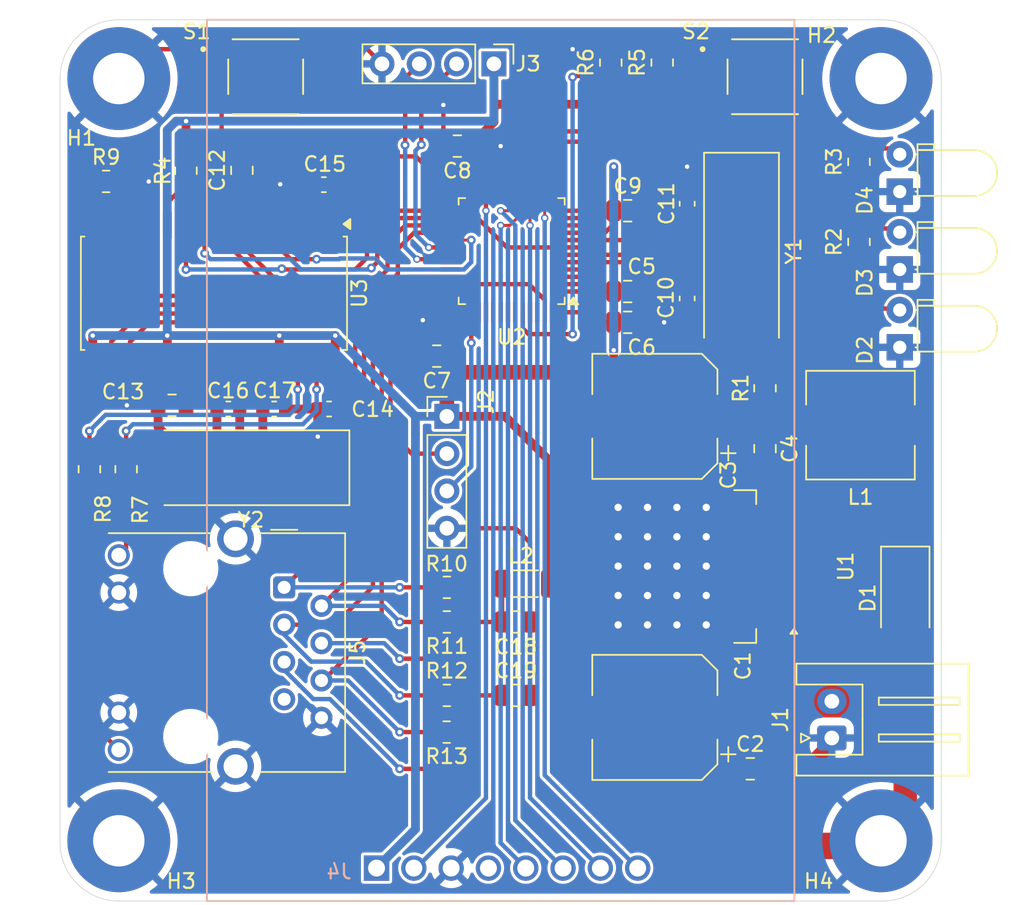
<source format=kicad_pcb>
(kicad_pcb (version 20221018) (generator pcbnew)
  (title_block (title "Ethernet RFID Reader") (date "2024-11-06") (rev "1.0"))
  (layers (0 "F.Cu" signal) (31 "B.Cu" signal) (34 "B.Paste" user) (35 "F.Paste" user) (36 "B.SilkS" user "B.Silkscreen") (37 "F.SilkS" user "F.Silkscreen") (38 "B.Mask" user) (39 "F.Mask" user) (44 "Edge.Cuts" user))
  (net 0 "")
  (net 1 "+24V")
  (net 2 "GND")
  (net 3 "+3V3")
  (net 4 "/HSE_IN")
  (net 5 "/HSE_OUT")
  (net 6 "/NRST")
  (net 7 "Net-(U3-VCAP)")
  (net 8 "/ETH_OSC1")
  (net 9 "/ETH_OSC2")
  (net 10 "Net-(J5-TCT)")
  (net 11 "Net-(J5-RCT)")
  (net 12 "Net-(D1-K)")
  (net 13 "Net-(D2-A)")
  (net 14 "Net-(D3-A)")
  (net 15 "Net-(D4-A)")
  (net 16 "/SWDIO")
  (net 17 "/SWCLK")
  (net 18 "/UART_TX")
  (net 19 "/UART_RX")
  (net 20 "/RFID_RST")
  (net 22 "/RFID_MISO")
  (net 23 "/RFID_MOSI")
  (net 24 "/RFID_SCK")
  (net 25 "/RFID_SDA")
  (net 26 "/TPOUT+")
  (net 27 "/TPOUT-")
  (net 28 "/TPIN+")
  (net 29 "/TPIN-")
  (net 31 "/LEDA")
  (net 32 "/LEDB")
  (net 33 "/READ_OK")
  (net 34 "/READ_FAIL")
  (net 35 "Net-(R5-Pad1)")
  (net 36 "/BOOT0")
  (net 37 "Net-(U3-LEDA)")
  (net 38 "Net-(U3-LEDB)")
  (net 39 "Net-(U3-RBIAS)")
  (net 49 "/ETH_INT")
  (net 50 "/ETH_NSS")
  (net 51 "/ETH_SCK")
  (net 52 "/ETH_MISO")
  (net 53 "/ETH_MOSI")
  (footprint "Resistor_SMD:R_0805_2012Metric" (layer "F.Cu") (at 126.325 123.5 180)
    (fp_text reference "R13")
    (fp_text value "49.9")
  )
  (footprint "MountingHole:MountingHole_3.5mm_Pad" (layer "F.Cu") (at 155.9 79 180)
    (fp_text reference "H2")
    (fp_text value "MountingHole_Pad")
  )
  (footprint "Capacitor_SMD:C_0805_2012Metric" (layer "F.Cu") (at 131.05 116)
    (fp_text reference "C18")
    (fp_text value "100n")
  )
  (footprint "Connector_PinHeader_2.54mm:PinHeader_1x04_P2.54mm_Vertical" (layer "F.Cu") (at 129.54 78 -90)
    (fp_text reference "J3")
    (fp_text value "UART")
  )
  (footprint "Libs:SW_TS-1187A-B-A-B" (layer "F.Cu") (at 148 78.875)
    (fp_text reference "S2")
    (fp_text value "BOOT0")
  )
  (footprint "Crystal:Crystal_SMD_HC49-SD" (layer "F.Cu") (at 146.4 90.75 -90)
    (fp_text reference "Y1")
    (fp_text value "8M")
  )
  (footprint "Resistor_SMD:R_0805_2012Metric" (layer "F.Cu") (at 104.5 105.6 -90)
    (fp_text reference "R7")
    (fp_text value "220")
  )
  (footprint "Resistor_SMD:R_0805_2012Metric" (layer "F.Cu") (at 154.4 84.6725 90)
    (fp_text reference "R3")
    (fp_text value "220")
  )
  (footprint "Capacitor_SMD:C_0603_1608Metric" (layer "F.Cu") (at 117.96 86.225 180)
    (fp_text reference "C15")
    (fp_text value "10u")
  )
  (footprint "Libs:SW_TS-1187A-B-A-B" (layer "F.Cu") (at 114 78.875)
    (fp_text reference "S1")
    (fp_text value "NRST")
  )
  (footprint "Resistor_SMD:R_0805_2012Metric" (layer "F.Cu") (at 141 77.9125 -90)
    (fp_text reference "R5")
    (fp_text value "1K")
  )
  (footprint "Resistor_SMD:R_0805_2012Metric" (layer "F.Cu") (at 148 100.0875 90)
    (fp_text reference "R1")
    (fp_text value "220")
  )
  (footprint "Capacitor_SMD:C_0603_1608Metric" (layer "F.Cu") (at 142.7 87.525 -90)
    (fp_text reference "C11")
    (fp_text value "20p")
  )
  (footprint "Resistor_SMD:R_0805_2012Metric" (layer "F.Cu") (at 103.1375 86.005)
    (fp_text reference "R9")
    (fp_text value "2.7k")
  )
  (footprint "Capacitor_SMD:CP_Elec_8x10" (layer "F.Cu") (at 140.5 122.5 180)
    (fp_text reference "C1")
    (fp_text value "470u")
  )
  (footprint "Resistor_SMD:R_0805_2012Metric" (layer "F.Cu") (at 102 105.6 -90)
    (fp_text reference "R8")
    (fp_text value "220")
  )
  (footprint "Capacitor_SMD:C_0805_2012Metric" (layer "F.Cu") (at 127.05 83.6 180)
    (fp_text reference "C8")
    (fp_text value "100n")
  )
  (footprint "Crystal:Crystal_SMD_HC49-SD" (layer "F.Cu") (at 113 105.5 180)
    (fp_text reference "Y2")
    (fp_text value "25M")
  )
  (footprint "Capacitor_SMD:CP_Elec_8x10" (layer "F.Cu") (at 140.5 102 180)
    (fp_text reference "C3")
    (fp_text value "470u")
  )
  (footprint "Resistor_SMD:R_0805_2012Metric" (layer "F.Cu") (at 154.4 90.1225 90)
    (fp_text reference "R2")
    (fp_text value "220")
  )
  (footprint "Resistor_SMD:R_0805_2012Metric" (layer "F.Cu") (at 126.3375 121 180)
    (fp_text reference "R12")
    (fp_text value "49.9")
  )
  (footprint "Libs:RJ45_Hanrun_HR911105A_Horizontal" (layer "F.Cu") (at 115.26 113.645 -90)
    (fp_text reference "J5")
    (fp_text value "RJ45_Hanrun_HR911105A_Horizontal")
  )
  (footprint "Inductor_SMD:L_7.3x7.3_H4.5" (layer "F.Cu") (at 154.5 102.6 180)
    (fp_text reference "L1")
    (fp_text value "33u")
  )
  (footprint "Capacitor_SMD:C_0603_1608Metric" (layer "F.Cu") (at 114.58 101.5 180)
    (fp_text reference "C17")
    (fp_text value "20p")
  )
  (footprint "Capacitor_SMD:C_0805_2012Metric" (layer "F.Cu") (at 107.625 101.25 180)
    (fp_text reference "C13")
    (fp_text value "22u")
  )
  (footprint "Capacitor_SMD:C_0805_2012Metric" (layer "F.Cu") (at 131.05 121)
    (fp_text reference "C19")
    (fp_text value "100n")
  )
  (footprint "LED_THT:LED_D3.0mm_Horizontal_O1.27mm_Z2.0mm" (layer "F.Cu") (at 157.175 92 90)
    (fp_text reference "D3")
    (fp_text value "LED")
  )
  (footprint "LED_THT:LED_D3.0mm_Horizontal_O1.27mm_Z2.0mm" (layer "F.Cu") (at 157.175 97.3 90)
    (fp_text reference "D2")
    (fp_text value "LED")
  )
  (footprint "Package_TO_SOT_SMD:TO-263-5_TabPin3" (layer "F.Cu") (at 142.575 112.225 180)
    (fp_text reference "U1")
    (fp_text value "LM2596S-3.3")
  )
  (footprint "Connector_PinHeader_2.54mm:PinHeader_1x04_P2.54mm_Vertical" (layer "F.Cu") (at 126.3375 102)
    (fp_text reference "J2")
    (fp_text value "ST-LINK")
  )
  (footprint "MountingHole:MountingHole_3.5mm_Pad" (layer "F.Cu") (at 104 130.9 180)
    (fp_text reference "H3")
    (fp_text value "MountingHole_Pad")
  )
  (footprint "Capacitor_SMD:C_0805_2012Metric" (layer "F.Cu") (at 148 104.2 -90)
    (fp_text reference "C4")
    (fp_text value "100n")
  )
  (footprint "Package_SO:SOIC-28W_7.5x17.9mm_P1.27mm" (layer "F.Cu") (at 110.48 93.62 -90)
    (fp_text reference "U3")
    (fp_text value "ENC28J60x-SO")
  )
  (footprint "Capacitor_SMD:C_0603_1608Metric" (layer "F.Cu") (at 142.7 93.975 -90)
    (fp_text reference "C10")
    (fp_text value "20p")
  )
  (footprint "Connector_JST:JST_XH_S2B-XH-A_1x02_P2.50mm_Horizontal" (layer "F.Cu") (at 152.55 123.9 90)
    (fp_text reference "J1")
    (fp_text value "POWER")
  )
  (footprint "Resistor_SMD:R_0805_2012Metric" (layer "F.Cu") (at 126.3375 113.645 180)
    (fp_text reference "R10")
    (fp_text value "49.9")
  )
  (footprint "Capacitor_SMD:C_0603_1608Metric" (layer "F.Cu") (at 118.32 101.5 180)
    (fp_text reference "C14")
    (fp_text value "10u")
  )
  (footprint "MountingHole:MountingHole_3.5mm_Pad" (layer "F.Cu") (at 155.9 130.9 180)
    (fp_text reference "H4")
    (fp_text value "MountingHole_Pad")
  )
  (footprint "Diode_SMD:D_SMA" (layer "F.Cu") (at 157.55 114.375 -90)
    (fp_text reference "D1")
    (fp_text value "SS22-SMA")
  )
  (footprint "Inductor_SMD:L_1206_3216Metric" (layer "F.Cu") (at 131.7 113.395 180)
    (fp_text reference "L2")
    (fp_text value "10u")
  )
  (footprint "Resistor_SMD:R_0805_2012Metric" (layer "F.Cu") (at 126.3375 116 180)
    (fp_text reference "R11")
    (fp_text value "49.9")
  )
  (footprint "Capacitor_SMD:C_0603_1608Metric" (layer "F.Cu") (at 111.46 101.5 180)
    (fp_text reference "C16")
    (fp_text value "20p")
  )
  (footprint "Capacitor_SMD:C_0805_2012Metric" (layer "F.Cu") (at 125.65 97.9 180)
    (fp_text reference "C7")
    (fp_text value "100n")
  )
  (footprint "Capacitor_SMD:C_0805_2012Metric" (layer "F.Cu") (at 147 126)
    (fp_text reference "C2")
    (fp_text value "100n")
  )
  (footprint "Capacitor_SMD:C_0805_2012Metric" (layer "F.Cu") (at 138.65 88)
    (fp_text reference "C9")
    (fp_text value "100n")
  )
  (footprint "MountingHole:MountingHole_3.5mm_Pad" (layer "F.Cu") (at 104 79 180)
    (fp_text reference "H1")
    (fp_text value "MountingHole_Pad")
  )
  (footprint "Capacitor_SMD:C_0805_2012Metric" (layer "F.Cu") (at 138.65 95.6)
    (fp_text reference "C6")
    (fp_text value "100n")
  )
  (footprint "LED_THT:LED_D3.0mm_Horizontal_O1.27mm_Z2.0mm" (layer "F.Cu") (at 157.175 86.7 90)
    (fp_text reference "D4")
    (fp_text value "LED")
  )
  (footprint "Capacitor_SMD:C_0805_2012Metric" (layer "F.Cu") (at 112.385 85.25 90)
    (fp_text reference "C12")
    (fp_text value "100n")
  )
  (footprint "Resistor_SMD:R_0805_2012Metric" (layer "F.Cu") (at 108.575 85.275 -90)
    (fp_text reference "R4")
    (fp_text value "10K")
  )
  (footprint "Capacitor_SMD:C_0805_2012Metric" (layer "F.Cu") (at 138.65 93.5)
    (fp_text reference "C5")
    (fp_text value "100n")
  )
  (footprint "Package_QFP:LQFP-48_7x7mm_P0.5mm" (layer "F.Cu") (at 130.75 90.75 180)
    (fp_text reference "U2")
    (fp_text value "STM32F103C8Tx")
  )
  (footprint "Resistor_SMD:R_0805_2012Metric" (layer "F.Cu") (at 137.5 77.9125 90)
    (fp_text reference "R6")
    (fp_text value "10K")
  )
  (footprint "Libs:MODULE_CEG006900" (layer "B.Cu") (at 130 105)
    (fp_text reference "J4")
    (fp_text value "RFID_RC522" hide)
  )
  (gr_poly (pts (xy 152.2 103.8) (xy 152.2 100.5) (xy 141.9 100.5) (xy 141.9 103.8)) (stroke (width 0.2)) (fill solid) (layer "F.Cu"))
  (gr_poly (pts (xy 155.6 113.6) (xy 158.7 113.6) (xy 158.7 100.5) (xy 155.6 100.5)) (stroke (width 0.2)) (fill solid) (layer "F.Cu"))
  (gr_poly (pts (xy 154 115.1) (xy 154 122.4) (xy 142.1 122.4) (xy 142.1 120.8) (xy 147.9 120.8) (xy 147.9 115.1)) (stroke (width 0.2)) (fill solid) (layer "F.Cu"))
  (gr_line (start 100 131) (end 100 79) (stroke (width 0.05)) (layer "Edge.Cuts"))
  (gr_arc (start 156 75) (mid 158.828427 76.171573) (end 160 79) (stroke (width 0.05)) (layer "Edge.Cuts"))
  (gr_arc (start 160 131) (mid 158.828427 133.828427) (end 156 135) (stroke (width 0.05)) (layer "Edge.Cuts"))
  (gr_arc (start 100 79) (mid 101.171573 76.171573) (end 104 75) (stroke (width 0.05)) (layer "Edge.Cuts"))
  (gr_line (start 156 135) (end 104 135) (stroke (width 0.05)) (layer "Edge.Cuts"))
  (gr_line (start 160 79) (end 160 131) (stroke (width 0.05)) (layer "Edge.Cuts"))
  (gr_arc (start 104 135) (mid 101.171573 133.828427) (end 100 131) (stroke (width 0.05)) (layer "Edge.Cuts"))
  (gr_line (start 104 75) (end 156 75) (stroke (width 0.05)) (layer "Edge.Cuts"))
  (segment (start 143.75 125.25) (end 144.5 126) (width 1) (layer "F.Cu") (net 1))
  (segment (start 144.85 121.4) (end 143.75 122.5) (width 1) (layer "F.Cu") (net 1))
  (segment (start 144.5 126) (end 146.05 126) (width 1) (layer "F.Cu") (net 1))
  (segment (start 150.2 121.4) (end 152.55 121.4) (width 1) (layer "F.Cu") (net 1))
  (segment (start 150.225 115.625) (end 150.225 119.075) (width 1) (layer "F.Cu") (net 1))
  (segment (start 150.2 121.4) (end 144.85 121.4) (width 1) (layer "F.Cu") (net 1))
  (segment (start 143.75 122.5) (end 143.75 125.25) (width 1) (layer "F.Cu") (net 1))
  (segment (start 150.225 115.625) (end 150.225 121.375) (width 1) (layer "F.Cu") (net 1))
  (segment (start 150.225 121.375) (end 150.2 121.4) (width 1) (layer "F.Cu") (net 1))
  (segment (start 147.9 108.825) (end 144.125 108.825) (width 1) (layer "F.Cu") (net 2))
  (segment (start 157.55 116.375) (end 157.55 129.25) (width 1.6) (layer "F.Cu") (net 2))
  (segment (start 139.6 95.6) (end 139.6 93.5) (width 0.3) (layer "F.Cu") (net 2))
  (segment (start 126.5875 93) (end 125.27344 93) (width 0.3) (layer "F.Cu") (net 2))
  (segment (start 139.1 90) (end 139.6 89.5) (width 0.3) (layer "F.Cu") (net 2))
  (segment (start 137.25 108.05) (end 138.65 109.45) (width 1) (layer "F.Cu") (net 2))
  (segment (start 128.5 85.1) (end 130 83.6) (width 0.3) (layer "F.Cu") (net 2))
  (segment (start 131.92812 93) (end 126.5875 93) (width 0.3) (layer "F.Cu") (net 2))
  (segment (start 142.7 86.75) (end 142.7 85) (width 0.3) (layer "F.Cu") (net 2))
  (segment (start 128.5 86.5875) (end 128.5 85.1) (width 0.3) (layer "F.Cu") (net 2))
  (segment (start 148 108.725) (end 147.9 108.825) (width 1) (layer "F.Cu") (net 2))
  (segment (start 132 116) (end 132 121) (width 0.3) (layer "F.Cu") (net 2))
  (segment (start 110.685 101.5) (end 110.685 103.075) (width 0.6) (layer "F.Cu") (net 2))
  (segment (start 105.31 86.01) (end 106.04 86.01) (width 0.3) (layer "F.Cu") (net 2))
  (segment (start 117.465 86.505) (end 117.185 86.225) (width 0.3) (layer "F.Cu") (net 2))
  (segment (start 126.64 132.76) (end 126.63 132.76) (width 0.3) (layer "F.Cu") (net 2))
  (segment (start 144.125 108.825) (end 143.5 109.45) (width 1) (layer "F.Cu") (net 2))
  (segment (start 112.385 86.2) (end 114.99 86.2) (width 0.3) (layer "F.Cu") (net 2))
  (segment (start 106.035 88.97) (end 106.035 86.735) (width 0.3) (layer "F.Cu") (net 2))
  (segment (start 111 77) (end 105.5 77) (width 0.3) (layer "F.Cu") (net 2))
  (segment (start 106.675 100.275) (end 106.675 101.25) (width 0.6) (layer "F.Cu") (net 2))
  (segment (start 126.1 83.6) (end 126.1 80.8) (width 0.3) (layer "F.Cu") (net 2))
  (segment (start 150.8 126) (end 152.55 124.25) (width 1) (layer "F.Cu") (net 2))
  (segment (start 137.25 124.25) (end 144.25 131.25) (width 1.8) (layer "F.Cu") (net 2))
  (segment (start 142.7 95.26) (end 142.36 95.6) (width 0.3) (layer "F.Cu") (net 2))
  (segment (start 111 77) (end 117 77) (width 0.3) (layer "F.Cu") (net 2))
  (segment (start 148 105.15) (end 148 108.725) (width 1) (layer "F.Cu") (net 2))
  (segment (start 111.115 98.27) (end 111.115 99.585) (width 0.6) (layer "F.Cu") (net 2))
  (segment (start 147.95 126) (end 147.95 131.25) (width 1) (layer "F.Cu") (net 2))
  (segment (start 117.545 101.5) (end 115.355 101.5) (width 0.6) (layer "F.Cu") (net 2))
  (segment (start 117.185 86.225) (end 115.015 86.225) (width 0.3) (layer "F.Cu") (net 2))
  (segment (start 120.92 77) (end 121.92 78) (width 0.3) (layer "F.Cu") (net 2))
  (segment (start 150.225 108.825) (end 147.9 108.825) (width 1) (layer "F.Cu") (net 2))
  (segment (start 117.545 101.5) (end 117.545 103.375) (width 0.6) (layer "F.Cu") (net 2))
  (segment (start 150.225 112.225) (end 141.075 112.225) (width 1) (layer "F.Cu") (net 2))
  (segment (start 117.465 88.97) (end 117.465 86.505) (width 0.3) (layer "F.Cu") (net 2))
  (segment (start 125.27344 93) (end 124.7 93.57344) (width 0.3) (layer "F.Cu") (net 2))
  (segment (start 106.035 86.735) (end 106.035 86.015) (width 0.3) (layer "F.Cu") (net 2))
  (segment (start 106.035 99.635) (end 106.675 100.275) (width 0.6) (layer "F.Cu") (net 2))
  (segment (start 124.7 97.9) (end 124.7 95.45) (width 0.3) (layer "F.Cu") (net 2))
  (segment (start 133 94.07188) (end 131.92812 93) (width 0.3) (layer "F.Cu") (net 2))
  (segment (start 124.7 93.57344) (end 124.7 95.45) (width 0.3) (layer "F.Cu") (net 2))
  (segment (start 110.685 100.015) (end 110.685 101.5) (width 0.6) (layer "F.Cu") (net 2))
  (segment (start 117 77) (end 120.92 77) (width 0.3) (layer "F.Cu") (net 2))
  (segment (start 156.5 131) (end 156.25 131.25) (width 1) (layer "F.Cu") (net 2))
  (segment (start 144.25 131.25) (end 156.25 131.25) (width 1.8) (layer "F.Cu") (net 2))
  (segment (start 117.16 86.2) (end 117.185 86.225) (width 0.3) (layer "F.Cu") (net 2))
  (segment (start 106.035 86.015) (end 106.04 86.01) (width 0.3) (layer "F.Cu") (net 2))
  (segment (start 142.7 86.75) (end 140.85 86.75) (width 0.3) (layer "F.Cu") (net 2))
  (segment (start 137.5 77) (end 134.9 77) (width 0.3) (layer "F.Cu") (net 2))
  (segment (start 134.9125 90) (end 139.1 90) (width 0.3) (layer "F.Cu") (net 2))
  (segment (start 106.035 98.27) (end 106.035 99.635) (width 0.6) (layer "F.Cu") (net 2))
  (segment (start 142.7 94.75) (end 142.7 95.26) (width 0.3) (layer "F.Cu") (net 2))
  (segment (start 132 116) (end 132 110.6) (width 0.3) (layer "F.Cu") (net 2))
  (segment (start 139.6 95.6) (end 141.13 95.6) (width 0.3) (layer "F.Cu") (net 2))
  (segment (start 110.685 103.075) (end 110.36 103.4) (width 0.6) (layer "F.Cu") (net 2))
  (segment (start 137.25 102) (end 137.25 108.05) (width 1.8) (layer "F.Cu") (net 2))
  (segment (start 142.36 95.6) (end 141.13 95.6) (width 0.3) (layer "F.Cu") (net 2))
  (segment (start 140.85 86.75) (end 139.6 88) (width 0.3) (layer "F.Cu") (net 2))
  (segment (start 110.36 103.4) (end 107.35 103.4) (width 0.6) (layer "F.Cu") (net 2))
  (segment (start 133 94.9125) (end 133 94.07188) (width 0.3) (layer "F.Cu") (net 2))
  (segment (start 106.675 102.725) (end 106.675 101.25) (width 0.6) (layer "F.Cu") (net 2))
  (segment (start 105.305 86.005) (end 104.05 86.005) (width 0.3) (layer "F.Cu") (net 2))
  (segment (start 111.115 99.585) (end 110.685 100.015) (width 0.6) (layer "F.Cu") (net 2))
  (segment (start 115.015 86.225) (end 114.99 86.2) (width 0.3) (layer "F.Cu") (net 2))
  (segment (start 147.95 126) (end 150.8 126) (width 1) (layer "F.Cu") (net 2))
  (segment (start 137.25 116.4) (end 138.65 115) (width 1) (layer "F.Cu") (net 2))
  (segment (start 137.25 122.5) (end 137.25 124.25) (width 1.8) (layer "F.Cu") (net 2))
  (segment (start 106.675 101.25) (end 104.55 101.25) (width 0.6) (layer "F.Cu") (net 2))
  (segment (start 147.95 131.25) (end 156.25 131.25) (width 1) (layer "F.Cu") (net 2))
  (segment (start 117.545 103.375) (end 117.55 103.38) (width 0.6) (layer "F.Cu") (net 2))
  (segment (start 105.5 77) (end 103.75 78.75) (width 0.3) (layer "F.Cu") (net 2))
  (segment (start 137.25 122.5) (end 137.25 116.4) (width 1.8) (layer "F.Cu") (net 2))
  (segment (start 107.35 103.4) (end 106.675 102.725) (width 0.6) (layer "F.Cu") (net 2))
  (segment (start 109.845 98.27) (end 111.115 98.27) (width 0.6) (layer "F.Cu") (net 2))
  (segment (start 139.6 89.5) (end 139.6 88) (width 0.3) (layer "F.Cu") (net 2))
  (segment (start 132 110.6) (end 131.02 109.62) (width 0.3) (layer "F.Cu") (net 2))
  (segment (start 105.305 86.005) (end 105.31 86.01) (width 0.3) (layer "F.Cu") (net 2))
  (segment (start 157.55 129.25) (end 155.9 130.9) (width 1) (layer "F.Cu") (net 2))
  (segment (start 131.02 109.62) (end 126.3375 109.62) (width 0.3) (layer "F.Cu") (net 2))
  (via (at 140 114.2) (size 1) (drill 0.5) (layers "F.Cu" "B.Cu") (net 2))
  (via (at 138 108.2) (size 1) (drill 0.5) (layers "F.Cu" "B.Cu") (net 2))
  (via (at 104.55 101.25) (size 0.6) (drill 0.3) (layers "F.Cu" "B.Cu") (net 2))
  (via (at 142 112.2) (size 1) (drill 0.5) (layers "F.Cu" "B.Cu") (net 2))
  (via (at 142 116.2) (size 1) (drill 0.5) (layers "F.Cu" "B.Cu") (net 2))
  (via (at 144 110.2) (size 1) (drill 0.5) (layers "F.Cu" "B.Cu") (net 2))
  (via (at 142.7 85) (size 0.6) (drill 0.3) (layers "F.Cu" "B.Cu") (net 2))
  (via (at 144 116.2) (size 1) (drill 0.5) (layers "F.Cu" "B.Cu") (net 2))
  (via (at 130 83.6) (size 0.6) (drill 0.3) (layers "F.Cu" "B.Cu") (net 2))
  (via (at 126.1 80.8) (size 0.6) (drill 0.3) (layers "F.Cu" "B.Cu") (net 2))
  (via (at 117.55 103.38) (size 0.6) (drill 0.3) (layers "F.Cu" "B.Cu") (net 2))
  (via (at 140 116.2) (size 1) (drill 0.5) (layers "F.Cu" "B.Cu") (net 2))
  (via (at 144 114.2) (size 1) (drill 0.5) (layers "F.Cu" "B.Cu") (net 2))
  (via (at 142 108.2) (size 1) (drill 0.5) (layers "F.Cu" "B.Cu") (net 2))
  (via (at 114.99 86.2) (size 0.6) (drill 0.3) (layers "F.Cu" "B.Cu") (net 2))
  (via (at 138 110.2) (size 1) (drill 0.5) (layers "F.Cu" "B.Cu") (net 2))
  (via (at 138 112.2) (size 1) (drill 0.5) (layers "F.Cu" "B.Cu") (net 2))
  (via (at 138 116.2) (size 1) (drill 0.5) (layers "F.Cu" "B.Cu") (net 2))
  (via (at 142 114.2) (size 1) (drill 0.5) (layers "F.Cu" "B.Cu") (net 2))
  (via (at 142 110.2) (size 1) (drill 0.5) (layers "F.Cu" "B.Cu") (net 2))
  (via (at 134.9 77) (size 0.6) (drill 0.3) (layers "F.Cu" "B.Cu") (net 2))
  (via (at 124.7 95.45) (size 0.6) (drill 0.3) (layers "F.Cu" "B.Cu") (net 2))
  (via (at 106.04 86.01) (size 0.6) (drill 0.3) (layers "F.Cu" "B.Cu") (net 2))
  (via (at 144 108.2) (size 1) (drill 0.5) (layers "F.Cu" "B.Cu") (net 2))
  (via (at 140 112.2) (size 1) (drill 0.5) (layers "F.Cu" "B.Cu") (net 2))
  (via (at 141.13 95.6) (size 0.6) (drill 0.3) (layers "F.Cu" "B.Cu") (net 2))
  (via (at 144 112.2) (size 1) (drill 0.5) (layers "F.Cu" "B.Cu") (net 2))
  (via (at 138 114.2) (size 1) (drill 0.5) (layers "F.Cu" "B.Cu") (net 2))
  (via (at 140 110.2) (size 1) (drill 0.5) (layers "F.Cu" "B.Cu") (net 2))
  (via (at 140 108.2) (size 1) (drill 0.5) (layers "F.Cu" "B.Cu") (net 2))
  (segment (start 137.1 89.5) (end 137.7 88.9) (width 0.3) (layer "F.Cu") (net 3))
  (segment (start 126.7 99) (end 127.3 99) (width 1) (layer "F.Cu") (net 3))
  (segment (start 153.9 103.1) (end 153.9 110.1) (width 0.6) (layer "F.Cu") (net 3))
  (segment (start 143.75 99.85) (end 142.9 99) (width 1) (layer "F.Cu") (net 3))
  (segment (start 126.3375 102) (end 130.3 102) (width 0.6) (layer "F.Cu") (net 3))
  (segment (start 148 103.25) (end 148 101) (width 1) (layer "F.Cu") (net 3))
  (segment (start 118.735 96.505) (end 118.74 96.5) (width 0.3) (layer "F.Cu") (net 3))
  (segment (start 129.54 81) (end 129.54 78) (width 0.6) (layer "F.Cu") (net 3))
  (segment (start 137.7 93.5) (end 137.7 95.6) (width 0.3) (layer "F.Cu") (net 3))
  (segment (start 137.7 95.6) (end 137.7 97.5) (width 0.6) (layer "F.Cu") (net 3))
  (segment (start 107.305 96.505) (end 107.3 96.5) (width 0.3) (layer "F.Cu") (net 3))
  (segment (start 137.7 88.9) (end 137.7 88) (width 0.3) (layer "F.Cu") (net 3))
  (segment (start 133.275 104.975) (end 133.275 113.395) (width 0.6) (layer "F.Cu") (net 3))
  (segment (start 107.305 98.27) (end 108.575 98.27) (width 0.6) (layer "F.Cu") (net 3))
  (segment (start 153.4 102.6) (end 153.9 103.1) (width 0.6) (layer "F.Cu") (net 3))
  (segment (start 118.735 99.835) (end 119.095 100.195) (width 0.3) (layer "F.Cu") (net 3))
  (segment (start 128 86.5875) (end 128 83.6) (width 0.3) (layer "F.Cu") (net 3))
  (segment (start 102.225 96.5) (end 102.225 98.27) (width 0.6) (layer "F.Cu") (net 3))
  (segment (start 151.3 102.6) (end 153.4 102.6) (width 0.6) (layer "F.Cu") (net 3))
  (segment (start 136.6 95.6) (end 137.7 95.6) (width 0.3) (layer "F.Cu") (net 3))
  (segment (start 153.9 110.1) (end 153.475 110.525) (width 0.6) (layer "F.Cu") (net 3))
  (segment (start 127.3 99) (end 126.3375 99.9625) (width 1) (layer "F.Cu") (net 3))
  (segment (start 119.095 100.195) (end 119.095 101.5) (width 0.3) (layer "F.Cu") (net 3))
  (segment (start 134.9125 93.5) (end 137.7 93.5) (width 0.3) (layer "F.Cu") (net 3))
  (segment (start 129.79 80.75) (end 129.54 81) (width 0.6) (layer "F.Cu") (net 3))
  (segment (start 128 83.5) (end 129.54 81.96) (width 0.6) (layer "F.Cu") (net 3))
  (segment (start 126.6 97.9) (end 126.6 98.9) (width 1) (layer "F.Cu") (net 3))
  (segment (start 107.305 98.27) (end 107.305 96.505) (width 0.6) (layer "F.Cu") (net 3))
  (segment (start 108.575 98.27) (end 108.575 101.25) (width 0.6) (layer "F.Cu") (net 3))
  (segment (start 137.7 97.5) (end 137.7 99) (width 0.6) (layer "F.Cu") (net 3))
  (segment (start 114.925 96.505) (end 114.93 96.5) (width 0.2) (layer "F.Cu") (net 3))
  (segment (start 114.925 98.27) (end 114.925 96.505) (width 0.6) (layer "F.Cu") (net 3))
  (segment (start 137.7 99) (end 127.3 99) (width 1) (layer "F.Cu") (net 3))
  (segment (start 150.65 103.25) (end 151.3 102.6) (width 1) (layer "F.Cu") (net 3))
  (segment (start 133.5 94.9125) (end 135.9125 94.9125) (width 0.3) (layer "F.Cu") (net 3))
  (segment (start 118.735 98.27) (end 118.735 99.835) (width 0.3) (layer "F.Cu") (net 3))
  (segment (start 148 101) (end 144.75 101) (width 0.6) (layer "F.Cu") (net 3))
  (segment (start 126.5875 97.8875) (end 126.6 97.9) (width 0.3) (layer "F.Cu") (net 3))
  (segment (start 126.3375 99.9625) (end 126.3375 102) (width 1) (layer "F.Cu") (net 3))
  (segment (start 126.6 98.9) (end 126.7 99) (width 1) (layer "F.Cu") (net 3))
  (segment (start 108.575 81.905) (end 108.58 81.9) (width 0.6) (layer "F.Cu") (net 3))
  (segment (start 151 80.75) (end 145 80.75) (width 0.3) (layer "F.Cu") (net 3))
  (segment (start 143.75 102) (end 143.75 99.85) (width 1) (layer "F.Cu") (net 3))
  (segment (start 126.5875 93.5) (end 126.5875 97.8875) (width 0.3) (layer "F.Cu") (net 3))
  (segment (start 108.575 84.3625) (end 108.575 81.905) (width 0.6) (layer "F.Cu") (net 3))
  (segment (start 118.735 98.27) (end 118.735 96.505) (width 0.6) (layer "F.Cu") (net 3))
  (segment (start 118.74 98.265) (end 118.735 98.27) (width 0.6) (layer "F.Cu") (net 3))
  (segment (start 145 80.75) (end 129.79 80.75) (width 0.6) (layer "F.Cu") (net 3))
  (segment (start 129.54 81.96) (end 129.54 81) (width 0.6) (layer "F.Cu") (net 3))
  (segment (start 148 103.25) (end 150.65 103.25) (width 1) (layer "F.Cu") (net 3))
  (segment (start 153.475 110.525) (end 150.225 110.525) (width 0.6) (layer "F.Cu") (net 3))
  (segment (start 144.75 101) (end 143.75 102) (width 0.6) (layer "F.Cu") (net 3))
  (segment (start 137.7 85) (end 137.7 88) (width 0.6) (layer "F.Cu") (net 3))
  (segment (start 108.575 97.775) (end 108.575 98.27) (width 0.3) (layer "F.Cu") (net 3))
  (segment (start 128 83.6) (end 128 83.5) (width 0.6) (layer "F.Cu") (net 3))
  (segment (start 135.9125 94.9125) (end 136.6 95.6) (width 0.3) (layer "F.Cu") (net 3))
  (segment (start 134.9125 89.5) (end 137.1 89.5) (width 0.3) (layer "F.Cu") (net 3))
  (segment (start 142.9 99) (end 137.7 99) (width 1) (layer "F.Cu") (net 3))
  (segment (start 130.3 102) (end 133.275 104.975) (width 0.6) (layer "F.Cu") (net 3))
  (segment (start 114.93 98.265) (end 114.925 98.27) (width 0.2) (layer "F.Cu") (net 3))
  (via (at 108.58 81.9) (size 0.6) (drill 0.3) (layers "F.Cu" "B.Cu") (net 3))
  (via (at 102.225 96.5) (size 0.6) (drill 0.3) (layers "F.Cu" "B.Cu") (net 3))
  (via (at 118.74 96.5) (size 0.6) (drill 0.3) (layers "F.Cu" "B.Cu") (net 3))
  (via (at 114.93 96.5) (size 0.6) (drill 0.3) (layers "F.Cu" "B.Cu") (net 3))
  (via (at 137.7 85) (size 0.6) (drill 0.3) (layers "F.Cu" "B.Cu") (net 3))
  (via (at 137.7 97.5) (size 0.6) (drill 0.3) (layers "F.Cu" "B.Cu") (net 3))
  (via (at 107.3 96.5) (size 0.6) (drill 0.3) (layers "F.Cu" "B.Cu") (net 3))
  (segment (start 107.9 81.9) (end 108.58 81.9) (width 0.6) (layer "B.Cu") (net 3))
  (segment (start 107.3 82.5) (end 107.9 81.9) (width 0.6) (layer "B.Cu") (net 3))
  (segment (start 108.58 81.9) (end 129.5 81.9) (width 0.6) (layer "B.Cu") (net 3))
  (segment (start 124.2 102) (end 124.2 103.2) (width 0.6) (layer "B.Cu") (net 3))
  (segment (start 107.3 96.5) (end 107.3 82.5) (width 0.6) (layer "B.Cu") (net 3))
  (segment (start 118.74 96.54) (end 124.2 102) (width 0.6) (layer "B.Cu") (net 3))
  (segment (start 124.2 103.2) (end 124.2 130.11) (width 0.6) (layer "B.Cu") (net 3))
  (segment (start 114.93 96.5) (end 118.74 96.5) (width 0.6) (layer "B.Cu") (net 3))
  (segment (start 126.3375 102) (end 124.2 102) (width 0.6) (layer "B.Cu") (net 3))
  (segment (start 124.2 130.11) (end 121.55 132.76) (width 0.6) (layer "B.Cu") (net 3))
  (segment (start 107.3 96.5) (end 114.93 96.5) (width 0.6) (layer "B.Cu") (net 3))
  (segment (start 102.225 96.5) (end 107.3 96.5) (width 0.6) (layer "B.Cu") (net 3))
  (segment (start 129.54 81.86) (end 129.5 81.9) (width 0.3) (layer "B.Cu") (net 3))
  (segment (start 129.54 78) (end 129.54 81.86) (width 0.6) (layer "B.Cu") (net 3))
  (segment (start 118.74 96.5) (end 118.74 96.54) (width 0.6) (layer "B.Cu") (net 3))
  (segment (start 137.7 97.5) (end 137.7 85) (width 0.6) (layer "B.Cu") (net 3))
  (segment (start 141 91.5) (end 142.7 93.2) (width 0.3) (layer "F.Cu") (net 4))
  (segment (start 144.6 93.2) (end 146.4 95) (width 0.6) (layer "F.Cu") (net 4))
  (segment (start 134.9125 91.5) (end 141 91.5) (width 0.3) (layer "F.Cu") (net 4))
  (segment (start 142.7 93.2) (end 144.6 93.2) (width 0.6) (layer "F.Cu") (net 4))
  (segment (start 146.4 93) (end 146.4 95) (width 0.3) (layer "F.Cu") (net 4))
  (segment (start 142.7 89.3) (end 142.7 88.3) (width 0.3) (layer "F.Cu") (net 5))
  (segment (start 144.6 88.3) (end 146.4 86.5) (width 0.6) (layer "F.Cu") (net 5))
  (segment (start 142.7 88.3) (end 144.6 88.3) (width 0.6) (layer "F.Cu") (net 5))
  (segment (start 141 91) (end 142.7 89.3) (width 0.3) (layer "F.Cu") (net 5))
  (segment (start 134.9125 91) (end 141 91) (width 0.3) (layer "F.Cu") (net 5))
  (segment (start 111.39 84.3) (end 112.385 84.3) (width 0.3) (layer "F.Cu") (net 6))
  (segment (start 134.9125 90.5) (end 130.42812 90.5) (width 0.3) (layer "F.Cu") (net 6))
  (segment (start 111 83.91) (end 111.39 84.3) (width 0.3) (layer "F.Cu") (net 6))
  (segment (start 111 80.75) (end 116.45 80.75) (width 0.3) (layer "F.Cu") (net 6))
  (segment (start 130.42812 90.5) (end 124.22812 84.3) (width 0.3) (layer "F.Cu") (net 6))
  (segment (start 117 80.75) (end 116.45 80.75) (width 0.3) (layer "F.Cu") (net 6))
  (segment (start 109.5025 86.1875) (end 111.39 84.3) (width 0.3) (layer "F.Cu") (net 6))
  (segment (start 116.45 80.75) (end 116.44 80.76) (width 0.3) (layer "F.Cu") (net 6))
  (segment (start 108.575 86.1875) (end 107.305 87.4575) (width 0.3) (layer "F.Cu") (net 6))
  (segment (start 108.575 86.1875) (end 109.5025 86.1875) (width 0.3) (layer "F.Cu") (net 6))
  (segment (start 111 80.75) (end 111 83.91) (width 0.3) (layer "F.Cu") (net 6))
  (segment (start 107.305 87.4575) (end 107.305 88.97) (width 0.3) (layer "F.Cu") (net 6))
  (segment (start 124.22812 84.3) (end 112.385 84.3) (width 0.3) (layer "F.Cu") (net 6))
  (segment (start 118.735 88.97) (end 118.735 86.225) (width 0.3) (layer "F.Cu") (net 7))
  (segment (start 112.385 101.35) (end 112.235 101.5) (width 0.6) (layer "F.Cu") (net 8))
  (segment (start 112.235 101.5) (end 112.235 104.465) (width 0.6) (layer "F.Cu") (net 8))
  (segment (start 112.235 104.465) (end 111.2 105.5) (width 0.6) (layer "F.Cu") (net 8))
  (segment (start 112.385 98.27) (end 112.385 101.35) (width 0.6) (layer "F.Cu") (net 8))
  (segment (start 111.2 105.5) (end 108.75 105.5) (width 0.6) (layer "F.Cu") (net 8))
  (segment (start 114.8 105.5) (end 117.25 105.5) (width 0.6) (layer "F.Cu") (net 9))
  (segment (start 113.805 101.5) (end 113.805 104.505) (width 0.6) (layer "F.Cu") (net 9))
  (segment (start 113.655 101.35) (end 113.805 101.5) (width 0.6) (layer "F.Cu") (net 9))
  (segment (start 113.805 104.505) (end 114.8 105.5) (width 0.6) (layer "F.Cu") (net 9))
  (segment (start 113.655 98.27) (end 113.655 101.35) (width 0.6) (layer "F.Cu") (net 9))
  (segment (start 130.1 116) (end 130.1 113.42) (width 0.3) (layer "F.Cu") (net 10))
  (segment (start 127.25 116) (end 127.25 113.645) (width 0.3) (layer "F.Cu") (net 10))
  (segment (start 130.1 113.42) (end 130.125 113.395) (width 0.3) (layer "F.Cu") (net 10))
  (segment (start 127.25 117.45) (end 127.25 116) (width 0.3) (layer "F.Cu") (net 10))
  (segment (start 127.25 116) (end 130.1 116) (width 0.3) (layer "F.Cu") (net 10))
  (segment (start 123.125 118.5) (end 126.2 118.5) (width 0.3) (layer "F.Cu") (net 10))
  (segment (start 126.2 118.5) (end 127.25 117.45) (width 0.3) (layer "F.Cu") (net 10))
  (via (at 123.125 118.5) (size 0.6) (drill 0.3) (layers "F.Cu" "B.Cu") (net 10))
  (segment (start 122.07 117.445) (end 123.125 118.5) (width 0.3) (layer "B.Cu") (net 10))
  (segment (start 117.8 117.445) (end 122.07 117.445) (width 0.3) (layer "B.Cu") (net 10))
  (segment (start 127.2375 123.5) (end 127.2375 121.0125) (width 0.3) (layer "F.Cu") (net 11))
  (segment (start 123.125 126) (end 126.4 126) (width 0.3) (layer "F.Cu") (net 11))
  (segment (start 127.2375 125.1625) (end 127.2375 123.5) (width 0.3) (layer "F.Cu") (net 11))
  (segment (start 127.25 121) (end 130.1 121) (width 0.3) (layer "F.Cu") (net 11))
  (segment (start 127.2375 121.0125) (end 127.25 121) (width 0.3) (layer "F.Cu") (net 11))
  (segment (start 126.4 126) (end 127.2375 125.1625) (width 0.3) (layer "F.Cu") (net 11))
  (via (at 123.125 126) (size 0.6) (drill 0.3) (layers "F.Cu" "B.Cu") (net 11))
  (segment (start 118.375 121.25) (end 123.125 126) (width 0.3) (layer "B.Cu") (net 11))
  (segment (start 115.26 118.725) (end 115.26 119.26) (width 0.3) (layer "B.Cu") (net 11))
  (segment (start 115.26 119.26) (end 117.25 121.25) (width 0.3) (layer "B.Cu") (net 11))
  (segment (start 117.25 121.25) (end 118.375 121.25) (width 0.3) (layer "B.Cu") (net 11))
  (segment (start 157.7 112.225) (end 157.55 112.375) (width 1) (layer "F.Cu") (net 12))
  (segment (start 157.7 102.6) (end 157.7 112.225) (width 1.6) (layer "F.Cu") (net 12))
  (segment (start 154.675 113.925) (end 150.225 113.925) (width 1) (layer "F.Cu") (net 12))
  (segment (start 156.225 112.375) (end 154.675 113.925) (width 1) (layer "F.Cu") (net 12))
  (segment (start 157.55 112.375) (end 156.225 112.375) (width 1) (layer "F.Cu") (net 12))
  (segment (start 148.225 99.175) (end 152.74 94.66) (width 0.3) (layer "F.Cu") (net 13))
  (segment (start 148 99.175) (end 148.225 99.175) (width 0.3) (layer "F.Cu") (net 13))
  (segment (start 152.74 94.66) (end 157.175 94.66) (width 0.3) (layer "F.Cu") (net 13))
  (segment (start 154.4 89.21) (end 157.175 89.21) (width 0.3) (layer "F.Cu") (net 14))
  (segment (start 154.4 83.76) (end 157.175 83.76) (width 0.3) (layer "F.Cu") (net 15))
  (segment (start 123.94 104.54) (end 126.3375 104.54) (width 0.3) (layer "F.Cu") (net 16))
  (segment (start 122.5 103.1) (end 123.94 104.54) (width 0.3) (layer "F.Cu") (net 16))
  (segment (start 122.5 93.7) (end 122.5 103.1) (width 0.3) (layer "F.Cu") (net 16))
  (segment (start 123.7 92.5) (end 122.5 93.7) (width 0.3) (layer "F.Cu") (net 16))
  (segment (start 126.5875 92.5) (end 123.7 92.5) (width 0.3) (layer "F.Cu") (net 16))
  (segment (start 128 94.9125) (end 128 97) (width 0.3) (layer "F.Cu") (net 17))
  (via (at 128 97) (size 0.6) (drill 0.3) (layers "F.Cu" "B.Cu") (net 17))
  (segment (start 128 97) (end 128 105.4175) (width 0.3) (layer "B.Cu") (net 17))
  (segment (start 128 105.4175) (end 126.3375 107.08) (width 0.3) (layer "B.Cu") (net 17))
  (segment (start 127 78) (end 124.6 80.4) (width 0.3) (layer "F.Cu") (net 18))
  (segment (start 124.6 80.4) (end 124.6 83.51) (width 0.3) (layer "F.Cu") (net 18))
  (segment (start 126.5875 90.5) (end 125.1 90.5) (width 0.3) (layer "F.Cu") (net 18))
  (via (at 124.6 83.51) (size 0.6) (drill 0.3) (layers "F.Cu" "B.Cu") (net 18))
  (via (at 125.1 90.5) (size 0.5) (drill 0.3) (layers "F.Cu" "B.Cu") (net 18))
  (segment (start 125.1 90.5) (end 124.2 89.6) (width 0.3) (layer "B.Cu") (net 18))
  (segment (start 124.2 89.6) (end 124.2 83.91) (width 0.3) (layer "B.Cu") (net 18))
  (segment (start 124.2 83.91) (end 124.6 83.51) (width 0.3) (layer "B.Cu") (net 18))
  (segment (start 125.448529 91) (end 125.148529 91.3) (width 0.3) (layer "F.Cu") (net 19))
  (segment (start 125.148529 91.3) (end 124.3 91.3) (width 0.3) (layer "F.Cu") (net 19))
  (segment (start 126.5875 91) (end 125.448529 91) (width 0.3) (layer "F.Cu") (net 19))
  (segment (start 123.5 78.96) (end 123.5 83.52) (width 0.3) (layer "F.Cu") (net 19))
  (segment (start 124.46 78) (end 123.5 78.96) (width 0.3) (layer "F.Cu") (net 19))
  (segment (start 123.5 83.52) (end 123.49 83.53) (width 0.3) (layer "F.Cu") (net 19))
  (via (at 124.3 91.3) (size 0.5) (drill 0.3) (layers "F.Cu" "B.Cu") (net 19))
  (via (at 123.49 83.53) (size 0.6) (drill 0.3) (layers "F.Cu" "B.Cu") (net 19))
  (segment (start 124.3 91.3) (end 123.5 90.5) (width 0.3) (layer "B.Cu") (net 19))
  (segment (start 123.5 83.54) (end 123.49 83.53) (width 0.3) (layer "B.Cu") (net 19))
  (segment (start 123.5 90.5) (end 123.5 83.54) (width 0.3) (layer "B.Cu") (net 19))
  (segment (start 129 88) (end 129 86.5875) (width 0.3) (layer "F.Cu") (net 20))
  (via (at 129 88) (size 0.5) (drill 0.3) (layers "F.Cu" "B.Cu") (net 20))
  (segment (start 124.24 132.76) (end 124.09 132.76) (width 0.3) (layer "B.Cu") (net 20))
  (segment (start 129 88) (end 129 128) (width 0.3) (layer "B.Cu") (net 20))
  (segment (start 129 128) (end 124.24 132.76) (width 0.3) (layer "B.Cu") (net 20))
  (segment (start 132 86.5875) (end 132 87.62) (width 0.2) (layer "F.Cu") (net 22))
  (segment (start 130.62 89) (end 130 89) (width 0.2) (layer "F.Cu") (net 22))
  (segment (start 132 87.62) (end 130.62 89) (width 0.2) (layer "F.Cu") (net 22))
  (via (at 130 89) (size 0.5) (drill 0.3) (layers "F.Cu" "B.Cu") (net 22))
  (segment (start 130 131.05) (end 131.71 132.76) (width 0.3) (layer "B.Cu") (net 22))
  (segment (start 130 89) (end 130 131.05) (width 0.3) (layer "B.Cu") (net 22))
  (segment (start 130.85741 88) (end 130 88) (width 0.2) (layer "F.Cu") (net 23))
  (segment (start 131.5 87.35741) (end 130.85741 88) (width 0.2) (layer "F.Cu") (net 23))
  (segment (start 131.5 86.5875) (end 131.5 87.35741) (width 0.2) (layer "F.Cu") (net 23))
  (via (at 130 88) (size 0.5) (drill 0.3) (layers "F.Cu" "B.Cu") (net 23))
  (segment (start 130 88) (end 131 89) (width 0.3) (layer "B.Cu") (net 23))
  (segment (start 131 89) (end 131 129.51) (width 0.3) (layer "B.Cu") (net 23))
  (segment (start 131 129.51) (end 134.25 132.76) (width 0.3) (layer "B.Cu") (net 23))
  (segment (start 132.5 86.5875) (end 132.45 86.6375) (width 0.2) (layer "F.Cu") (net 24))
  (segment (start 132.5 86.5875) (end 132.5 87.9) (width 0.2) (layer "F.Cu") (net 24))
  (segment (start 132 88.4) (end 132 89) (width 0.2) (layer "F.Cu") (net 24))
  (segment (start 132.5 87.9) (end 132 88.4) (width 0.2) (layer "F.Cu") (net 24))
  (via (at 132 89) (size 0.5) (drill 0.3) (layers "F.Cu" "B.Cu") (net 24))
  (segment (start 132 89) (end 132 127.97) (width 0.3) (layer "B.Cu") (net 24))
  (segment (start 132 127.97) (end 136.79 132.76) (width 0.3) (layer "B.Cu") (net 24))
  (segment (start 133 86.5875) (end 133 88.5) (width 0.2) (layer "F.Cu") (net 25))
  (via (at 133 88.5) (size 0.5) (drill 0.3) (layers "F.Cu" "B.Cu") (net 25))
  (segment (start 133 88.5) (end 133 126.43) (width 0.3) (layer "B.Cu") (net 25))
  (segment (start 133 126.43) (end 139.33 132.76) (width 0.3) (layer "B.Cu") (net 25))
  (segment (start 120.1 96.7) (end 120.1 108.805) (width 0.3) (layer "F.Cu") (net 26))
  (segment (start 104.765 96.935) (end 106.1 95.6) (width 0.3) (layer "F.Cu") (net 26))
  (segment (start 104.765 98.27) (end 104.765 96.935) (width 0.3) (layer "F.Cu") (net 26))
  (segment (start 125.425 113.645) (end 123.125 113.645) (width 0.3) (layer "F.Cu") (net 26))
  (segment (start 106.1 95.6) (end 119 95.6) (width 0.3) (layer "F.Cu") (net 26))
  (segment (start 119 95.6) (end 120.1 96.7) (width 0.3) (layer "F.Cu") (net 26))
  (segment (start 120.1 108.805) (end 115.26 113.645) (width 0.3) (layer "F.Cu") (net 26))
  (via (at 123.125 113.645) (size 0.6) (drill 0.3) (layers "F.Cu" "B.Cu") (net 26))
  (segment (start 115.26 113.645) (end 123.125 113.645) (width 0.3) (layer "B.Cu") (net 26))
  (segment (start 103.495 98.27) (end 103.495 96.905) (width 0.3) (layer "F.Cu") (net 27))
  (segment (start 105.4 95) (end 119.253553 95) (width 0.3) (layer "F.Cu") (net 27))
  (segment (start 123.125 116) (end 125.425 116) (width 0.3) (layer "F.Cu") (net 27))
  (segment (start 120.7 112.005) (end 117.8 114.905) (width 0.3) (layer "F.Cu") (net 27))
  (segment (start 119.253553 95) (end 120.7 96.446447) (width 0.3) (layer "F.Cu") (net 27))
  (segment (start 120.7 96.446447) (end 120.7 112.005) (width 0.3) (layer "F.Cu") (net 27))
  (segment (start 103.495 96.905) (end 105.4 95) (width 0.3) (layer "F.Cu") (net 27))
  (via (at 123.125 116) (size 0.6) (drill 0.3) (layers "F.Cu" "B.Cu") (net 27))
  (segment (start 117.8 114.905) (end 122.03 114.905) (width 0.3) (layer "B.Cu") (net 27))
  (segment (start 122.03 114.905) (end 123.125 116) (width 0.3) (layer "B.Cu") (net 27))
  (segment (start 119.5 94.4) (end 121.3 96.2) (width 0.3) (layer "F.Cu") (net 28))
  (segment (start 103.495 92.695) (end 105.2 94.4) (width 0.3) (layer "F.Cu") (net 28))
  (segment (start 121.3 96.2) (end 121.3 113.6) (width 0.3) (layer "F.Cu") (net 28))
  (segment (start 105.2 94.4) (end 119.5 94.4) (width 0.3) (layer "F.Cu") (net 28))
  (segment (start 103.495 88.97) (end 103.495 92.695) (width 0.3) (layer "F.Cu") (net 28))
  (segment (start 123.125 121) (end 125.425 121) (width 0.3) (layer "F.Cu") (net 28))
  (segment (start 121.3 113.6) (end 118.715 116.185) (width 0.3) (layer "F.Cu") (net 28))
  (segment (start 118.715 116.185) (end 115.26 116.185) (width 0.3) (layer "F.Cu") (net 28))
  (via (at 123.125 121) (size 0.6) (drill 0.3) (layers "F.Cu" "B.Cu") (net 28))
  (segment (start 120.825 118.7) (end 123.125 121) (width 0.3) (layer "B.Cu") (net 28))
  (segment (start 117.1 118.7) (end 120.825 118.7) (width 0.3) (layer "B.Cu") (net 28))
  (segment (start 115.26 116.86) (end 117.1 118.7) (width 0.3) (layer "B.Cu") (net 28))
  (segment (start 115.26 116.185) (end 115.26 116.86) (width 0.3) (layer "B.Cu") (net 28))
  (segment (start 104.765 92.765) (end 105.8 93.8) (width 0.3) (layer "F.Cu") (net 29))
  (segment (start 105.8 93.8) (end 119.7 93.8) (width 0.3) (layer "F.Cu") (net 29))
  (segment (start 119.7 93.8) (end 121.9 96) (width 0.3) (layer "F.Cu") (net 29))
  (segment (start 121.9 96) (end 121.9 116) (width 0.3) (layer "F.Cu") (net 29))
  (segment (start 121.9 116) (end 117.915 119.985) (width 0.3) (layer "F.Cu") (net 29))
  (segment (start 104.765 88.97) (end 104.765 92.765) (width 0.3) (layer "F.Cu") (net 29))
  (segment (start 123.125 123.5) (end 125.4125 123.5) (width 0.3) (layer "F.Cu") (net 29))
  (segment (start 117.915 119.985) (end 117.8 119.985) (width 0.3) (layer "F.Cu") (net 29))
  (via (at 123.125 123.5) (size 0.6) (drill 0.3) (layers "F.Cu" "B.Cu") (net 29))
  (segment (start 117.8 119.985) (end 119.61 119.985) (width 0.3) (layer "B.Cu") (net 29))
  (segment (start 119.61 119.985) (end 123.125 123.5) (width 0.3) (layer "B.Cu") (net 29))
  (segment (start 104.5 106.5125) (end 104.5 110.96) (width 0.3) (layer "F.Cu") (net 31))
  (segment (start 104.5 110.96) (end 104 111.46) (width 0.3) (layer "F.Cu") (net 31))
  (segment (start 102 106.5125) (end 102 122.71) (width 0.3) (layer "F.Cu") (net 32))
  (segment (start 102 122.71) (end 104 124.71) (width 0.3) (layer "F.Cu") (net 32))
  (segment (start 149.992894 83.3) (end 150.4 83.707106) (width 0.3) (layer "F.Cu") (net 33))
  (segment (start 150.4 88.6) (end 152.835 91.035) (width 0.3) (layer "F.Cu") (net 33))
  (segment (start 131 85.3) (end 133 83.3) (width 0.3) (layer "F.Cu") (net 33))
  (segment (start 133 83.3) (end 149.992894 83.3) (width 0.3) (layer "F.Cu") (net 33))
  (segment (start 131 86.5875) (end 131 85.3) (width 0.3) (layer "F.Cu") (net 33))
  (segment (start 152.835 91.035) (end 154.4 91.035) (width 0.3) (layer "F.Cu") (net 33))
  (segment (start 150.4 83.707106) (end 150.4 88.6) (width 0.3) (layer "F.Cu") (net 33))
  (segment (start 130.5 86.5875) (end 130.5 84.8) (width 0.3) (layer "F.Cu") (net 34))
  (segment (start 132.7 82.6) (end 150.1 82.6) (width 0.3) (layer "F.Cu") (net 34))
  (segment (start 153.085 85.585) (end 154.4 85.585) (width 0.3) (layer "F.Cu") (net 34))
  (segment (start 130.5 84.8) (end 132.7 82.6) (width 0.3) (layer "F.Cu") (net 34))
  (segment (start 150.1 82.6) (end 153.085 85.585) (width 0.3) (layer "F.Cu") (net 34))
  (segment (start 145 77) (end 151 77) (width 0.3) (layer "F.Cu") (net 35))
  (segment (start 141 77) (end 145 77) (width 0.3) (layer "F.Cu") (net 35))
  (segment (start 137.5 78.825) (end 141 78.825) (width 0.3) (layer "F.Cu") (net 36))
  (segment (start 134.975 78.825) (end 137.5 78.825) (width 0.3) (layer "F.Cu") (net 36))
  (segment (start 131.5 94.9125) (end 131.5 96) (width 0.3) (layer "F.Cu") (net 36))
  (segment (start 134.9 78.9) (end 134.975 78.825) (width 0.3) (layer "F.Cu") (net 36))
  (segment (start 131.5 96) (end 131.9 96.4) (width 0.3) (layer "F.Cu") (net 36))
  (segment (start 131.9 96.4) (end 134.9 96.4) (width 0.3) (layer "F.Cu") (net 36))
  (via (at 134.9 96.4) (size 0.6) (drill 0.3) (layers "F.Cu" "B.Cu") (net 36))
  (via (at 134.9 78.9) (size 0.6) (drill 0.3) (layers "F.Cu" "B.Cu") (net 36))
  (segment (start 134.9 96.4) (end 134.9 78.9) (width 0.3) (layer "B.Cu") (net 36))
  (segment (start 104.5 103) (end 104.5 104.6875) (width 0.3) (layer "F.Cu") (net 37))
  (segment (start 117.465 98.27) (end 117.465 100.165) (width 0.3) (layer "F.Cu") (net 37))
  (segment (start 117.465 100.165) (end 117.47 100.17) (width 0.2) (layer "F.Cu") (net 37))
  (via (at 117.47 100.17) (size 0.6) (drill 0.3) (layers "F.Cu" "B.Cu") (net 37))
  (via (at 104.5 103) (size 0.6) (drill 0.3) (layers "F.Cu" "B.Cu") (net 37))
  (segment (start 104.96 102.54) (end 116.53 102.54) (width 0.3) (layer "B.Cu") (net 37))
  (segment (start 116.53 102.54) (end 117.47 101.6) (width 0.3) (layer "B.Cu") (net 37))
  (segment (start 117.47 101.6) (end 117.47 100.17) (width 0.3) (layer "B.Cu") (net 37))
  (segment (start 104.5 103) (end 104.96 102.54) (width 0.3) (layer "B.Cu") (net 37))
  (segment (start 102 103) (end 102 104.6875) (width 0.3) (layer "F.Cu") (net 38))
  (segment (start 116.195 98.27) (end 116.195 100.155) (width 0.3) (layer "F.Cu") (net 38))
  (segment (start 116.195 100.155) (end 116.18 100.17) (width 0.2) (layer "F.Cu") (net 38))
  (via (at 116.18 100.17) (size 0.6) (drill 0.3) (layers "F.Cu" "B.Cu") (net 38))
  (via (at 102 103) (size 0.6) (drill 0.3) (layers "F.Cu" "B.Cu") (net 38))
  (segment (start 103.1 101.9) (end 115.6 101.9) (width 0.3) (layer "B.Cu") (net 38))
  (segment (start 102 103) (end 103.1 101.9) (width 0.3) (layer "B.Cu") (net 38))
  (segment (start 116.18 101.32) (end 116.18 100.17) (width 0.3) (layer "B.Cu") (net 38))
  (segment (start 115.6 101.9) (end 116.18 101.32) (width 0.3) (layer "B.Cu") (net 38))
  (segment (start 102.225 88.97) (end 102.225 86.005) (width 0.3) (layer "F.Cu") (net 39))
  (segment (start 115.7 91.3) (end 117.465 91.3) (width 0.3) (layer "F.Cu") (net 49))
  (segment (start 115.7 91.3) (end 114.925 90.525) (width 0.3) (layer "F.Cu") (net 49))
  (segment (start 114.925 90.525) (end 114.925 88.97) (width 0.3) (layer "F.Cu") (net 49))
  (segment (start 126.5875 90) (end 128 90) (width 0.2) (layer "F.Cu") (net 49))
  (via (at 128 90) (size 0.6) (drill 0.3) (layers "F.Cu" "B.Cu") (net 49))
  (via (at 117.465 91.3) (size 0.6) (drill 0.3) (layers "F.Cu" "B.Cu") (net 49))
  (segment (start 121.469239 91.25) (end 122.219239 92) (width 0.3) (layer "B.Cu") (net 49))
  (segment (start 122.219239 92) (end 127.5 92) (width 0.3) (layer "B.Cu") (net 49))
  (segment (start 127.5 92) (end 128 91.5) (width 0.3) (layer "B.Cu") (net 49))
  (segment (start 128 91.5) (end 128 90) (width 0.3) (layer "B.Cu") (net 49))
  (segment (start 119 91.3) (end 119.05 91.25) (width 0.3) (layer "B.Cu") (net 49))
  (segment (start 119.05 91.25) (end 121.469239 91.25) (width 0.3) (layer "B.Cu") (net 49))
  (segment (start 117.465 91.3) (end 119 91.3) (width 0.3) (layer "B.Cu") (net 49))
  (segment (start 120.9 89.6) (end 122.5 88) (width 0.3) (layer "F.Cu") (net 50))
  (segment (start 120.1 92) (end 120.9 91.2) (width 0.3) (layer "F.Cu") (net 50))
  (segment (start 108.575 88.97) (end 108.575 92) (width 0.3) (layer "F.Cu") (net 50))
  (segment (start 115.1 91.95) (end 115.15 92) (width 0.3) (layer "F.Cu") (net 50))
  (segment (start 122.5 88) (end 126.5875 88) (width 0.3) (layer "F.Cu") (net 50))
  (segment (start 115.15 92) (end 120.1 92) (width 0.3) (layer "F.Cu") (net 50))
  (segment (start 120.9 91.2) (end 120.9 89.6) (width 0.3) (layer "F.Cu") (net 50))
  (via (at 108.575 92) (size 0.6) (drill 0.3) (layers "F.Cu" "B.Cu") (net 50))
  (via (at 115.1 91.95) (size 0.6) (drill 0.3) (layers "F.Cu" "B.Cu") (net 50))
  (segment (start 115.05 92) (end 115.1 91.95) (width 0.3) (layer "B.Cu") (net 50))
  (segment (start 108.575 92) (end 115.05 92) (width 0.3) (layer "B.Cu") (net 50))
  (segment (start 121.6 89.9) (end 123 88.5) (width 0.3) (layer "F.Cu") (net 51))
  (segment (start 121.6 91.5) (end 121.6 89.9) (width 0.3) (layer "F.Cu") (net 51))
  (segment (start 121.2 91.9) (end 121.6 91.5) (width 0.3) (layer "F.Cu") (net 51))
  (segment (start 109.845 90.9) (end 109.845 88.97) (width 0.3) (layer "F.Cu") (net 51))
  (segment (start 123 88.5) (end 126.5875 88.5) (width 0.3) (layer "F.Cu") (net 51))
  (via (at 109.845 90.9) (size 0.6) (drill 0.3) (layers "F.Cu" "B.Cu") (net 51))
  (via (at 121.2 91.9) (size 0.6) (drill 0.3) (layers "F.Cu" "B.Cu") (net 51))
  (segment (start 116.4 92) (end 115.7 91.3) (width 0.3) (layer "B.Cu") (net 51))
  (segment (start 115.7 91.3) (end 110.245 91.3) (width 0.3) (layer "B.Cu") (net 51))
  (segment (start 110.245 91.3) (end 109.845 90.9) (width 0.3) (layer "B.Cu") (net 51))
  (segment (start 121.2 91.9) (end 121.1 92) (width 0.3) (layer "B.Cu") (net 51))
  (segment (start 121.1 92) (end 116.4 92) (width 0.3) (layer "B.Cu") (net 51))
  (segment (start 112.385 90.385) (end 114.6 92.6) (width 0.3) (layer "F.Cu") (net 52))
  (segment (start 122.3 90.2) (end 123.5 89) (width 0.3) (layer "F.Cu") (net 52))
  (segment (start 121.7 92.6) (end 122.3 92) (width 0.3) (layer "F.Cu") (net 52))
  (segment (start 112.385 88.97) (end 112.385 90.385) (width 0.3) (layer "F.Cu") (net 52))
  (segment (start 122.3 92) (end 122.3 90.2) (width 0.3) (layer "F.Cu") (net 52))
  (segment (start 123.5 89) (end 126.5875 89) (width 0.3) (layer "F.Cu") (net 52))
  (segment (start 114.6 92.6) (end 121.7 92.6) (width 0.3) (layer "F.Cu") (net 52))
  (segment (start 114.320001 93.2) (end 122.1 93.2) (width 0.3) (layer "F.Cu") (net 53))
  (segment (start 111.115 89.994999) (end 114.320001 93.2) (width 0.3) (layer "F.Cu") (net 53))
  (segment (start 122.1 93.2) (end 123 92.3) (width 0.3) (layer "F.Cu") (net 53))
  (segment (start 124.1 89.5) (end 126.5875 89.5) (width 0.3) (layer "F.Cu") (net 53))
  (segment (start 123 92.3) (end 123 90.6) (width 0.3) (layer "F.Cu") (net 53))
  (segment (start 123 90.6) (end 124.1 89.5) (width 0.3) (layer "F.Cu") (net 53))
  (segment (start 111.115 88.97) (end 111.115 89.994999) (width 0.3) (layer "F.Cu") (net 53))
  (zone (net 2) (net_name "GND") (layer "B.Cu") (connect_pads (clearance 0)) (min_thickness 0.25) (fill yes (thermal_gap 0.5) (thermal_bridge_width 0.5) (island_removal_mode 1) (island_area_min 10))
    (polygon (pts (xy 100 75) (xy 160 75) (xy 160 135) (xy 100 135)))
  )
)
</source>
